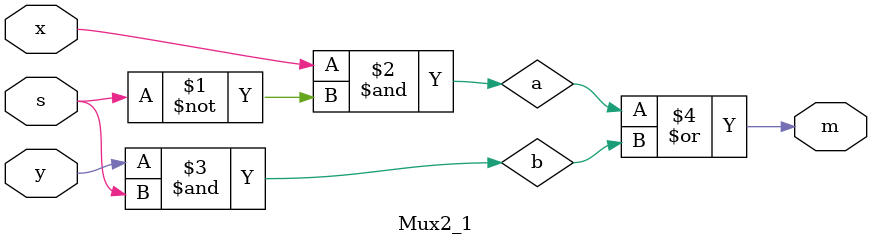
<source format=v>
`timescale 1ns / 1ps


module Mux2_1(
    input x,
    input y,
    input s,
    output m
    );
    wire a;
    wire b;
    wire c;
    and A1(a, x,~s);
    and A2(b, y,s);
    or r1(m, a,b);
    
endmodule

</source>
